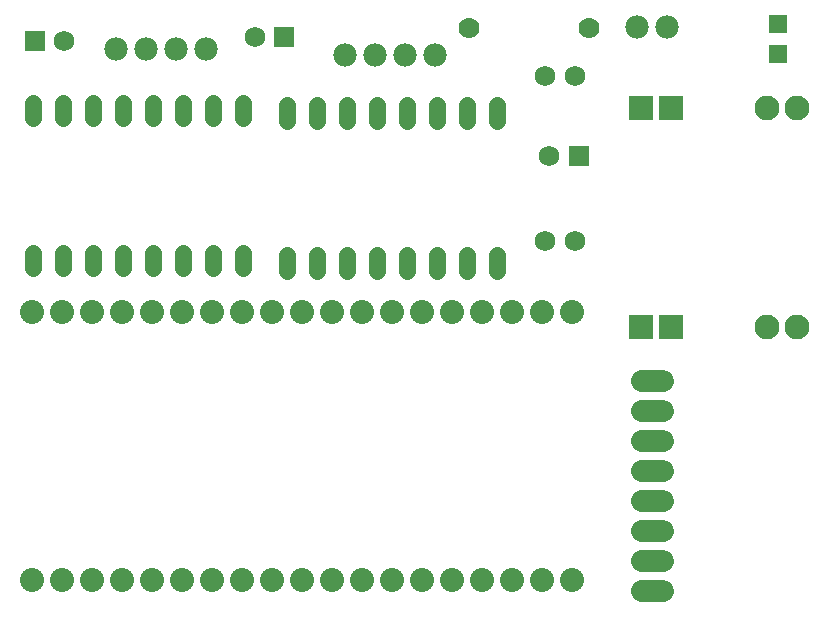
<source format=gts>
G04 EAGLE Gerber RS-274X export*
G75*
%MOMM*%
%FSLAX34Y34*%
%LPD*%
%INTop Solder Mask*%
%IPPOS*%
%AMOC8*
5,1,8,0,0,1.08239X$1,22.5*%
G01*
%ADD10C,1.981200*%
%ADD11C,1.409600*%
%ADD12C,2.032000*%
%ADD13C,1.879600*%
%ADD14C,1.752600*%
%ADD15R,1.752600X1.752600*%
%ADD16C,1.778000*%
%ADD17C,2.101600*%
%ADD18R,2.101600X2.101600*%
%ADD19R,1.625600X1.625600*%


D10*
X307800Y501900D03*
X333200Y501900D03*
X358600Y501900D03*
X384000Y501900D03*
X113500Y506900D03*
X138900Y506900D03*
X164300Y506900D03*
X189700Y506900D03*
D11*
X258900Y332140D02*
X258900Y319060D01*
X284300Y319060D02*
X284300Y332140D01*
X309700Y332140D02*
X309700Y319060D01*
X335100Y319060D02*
X335100Y332140D01*
X360500Y332140D02*
X360500Y319060D01*
X385900Y319060D02*
X385900Y332140D01*
X411300Y332140D02*
X411300Y319060D01*
X436700Y319060D02*
X436700Y332140D01*
X436700Y446060D02*
X436700Y459140D01*
X411300Y459140D02*
X411300Y446060D01*
X385900Y446060D02*
X385900Y459140D01*
X360500Y459140D02*
X360500Y446060D01*
X335100Y446060D02*
X335100Y459140D01*
X309700Y459140D02*
X309700Y446060D01*
X284300Y446060D02*
X284300Y459140D01*
X258900Y459140D02*
X258900Y446060D01*
X43900Y334340D02*
X43900Y321260D01*
X69300Y321260D02*
X69300Y334340D01*
X94700Y334340D02*
X94700Y321260D01*
X120100Y321260D02*
X120100Y334340D01*
X145500Y334340D02*
X145500Y321260D01*
X170900Y321260D02*
X170900Y334340D01*
X196300Y334340D02*
X196300Y321260D01*
X221700Y321260D02*
X221700Y334340D01*
X221700Y448260D02*
X221700Y461340D01*
X196300Y461340D02*
X196300Y448260D01*
X170900Y448260D02*
X170900Y461340D01*
X145500Y461340D02*
X145500Y448260D01*
X120100Y448260D02*
X120100Y461340D01*
X94700Y461340D02*
X94700Y448260D01*
X69300Y448260D02*
X69300Y461340D01*
X43900Y461340D02*
X43900Y448260D01*
D12*
X499700Y284100D03*
X474300Y284100D03*
X448900Y284100D03*
X423500Y284100D03*
X398100Y284100D03*
X372700Y284100D03*
X347300Y284100D03*
X321900Y284100D03*
X296500Y284100D03*
X271100Y284100D03*
X245700Y284100D03*
X220300Y284100D03*
X194900Y284100D03*
X169500Y284100D03*
X144100Y284100D03*
X118700Y284100D03*
X93300Y284100D03*
X67900Y284100D03*
X42500Y284100D03*
X499700Y57600D03*
X474300Y57600D03*
X448900Y57600D03*
X423500Y57600D03*
X398100Y57600D03*
X372700Y57600D03*
X347300Y57600D03*
X321900Y57600D03*
X296500Y57600D03*
X271100Y57600D03*
X245700Y57600D03*
X220300Y57600D03*
X194900Y57600D03*
X169500Y57600D03*
X144100Y57600D03*
X118700Y57600D03*
X93300Y57600D03*
X67900Y57600D03*
X42500Y57600D03*
D13*
X558810Y149500D02*
X576590Y149500D01*
X576590Y124100D02*
X558810Y124100D01*
X558810Y174900D02*
X576590Y174900D01*
X576590Y200300D02*
X558810Y200300D01*
X558810Y225700D02*
X576590Y225700D01*
X576590Y98700D02*
X558810Y98700D01*
X558810Y73300D02*
X576590Y73300D01*
X576590Y47900D02*
X558810Y47900D01*
D14*
X70000Y514000D03*
D15*
X45000Y514000D03*
D14*
X231300Y517000D03*
D15*
X256300Y517000D03*
D10*
X554700Y526000D03*
X580100Y526000D03*
D16*
X514100Y524500D03*
X412500Y524500D03*
D17*
X690040Y456710D03*
D18*
X557960Y456710D03*
D17*
X690040Y271290D03*
X664640Y456710D03*
X664640Y271290D03*
D18*
X583360Y456710D03*
X557960Y271290D03*
X583360Y271290D03*
D14*
X502700Y344000D03*
X477300Y344000D03*
X480500Y416000D03*
D15*
X505500Y416000D03*
D14*
X502700Y484000D03*
X477300Y484000D03*
D19*
X674000Y503000D03*
X674000Y528400D03*
M02*

</source>
